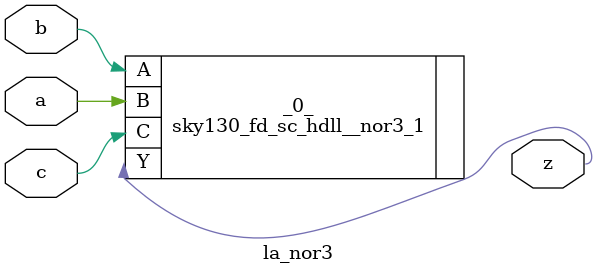
<source format=v>

/* Generated by Yosys 0.38+92 (git sha1 84116c9a3, x86_64-conda-linux-gnu-cc 11.2.0 -fvisibility-inlines-hidden -fmessage-length=0 -march=nocona -mtune=haswell -ftree-vectorize -fPIC -fstack-protector-strong -fno-plt -O2 -ffunction-sections -fdebug-prefix-map=/root/conda-eda/conda-eda/workdir/conda-env/conda-bld/yosys_1708682838165/work=/usr/local/src/conda/yosys-0.38_93_g84116c9a3 -fdebug-prefix-map=/user/projekt_pia/miniconda3/envs/sc=/usr/local/src/conda-prefix -fPIC -Os -fno-merge-constants) */

module la_nor3(a, b, c, z);
  input a;
  wire a;
  input b;
  wire b;
  input c;
  wire c;
  output z;
  wire z;
  sky130_fd_sc_hdll__nor3_1 _0_ (
    .A(b),
    .B(a),
    .C(c),
    .Y(z)
  );
endmodule

</source>
